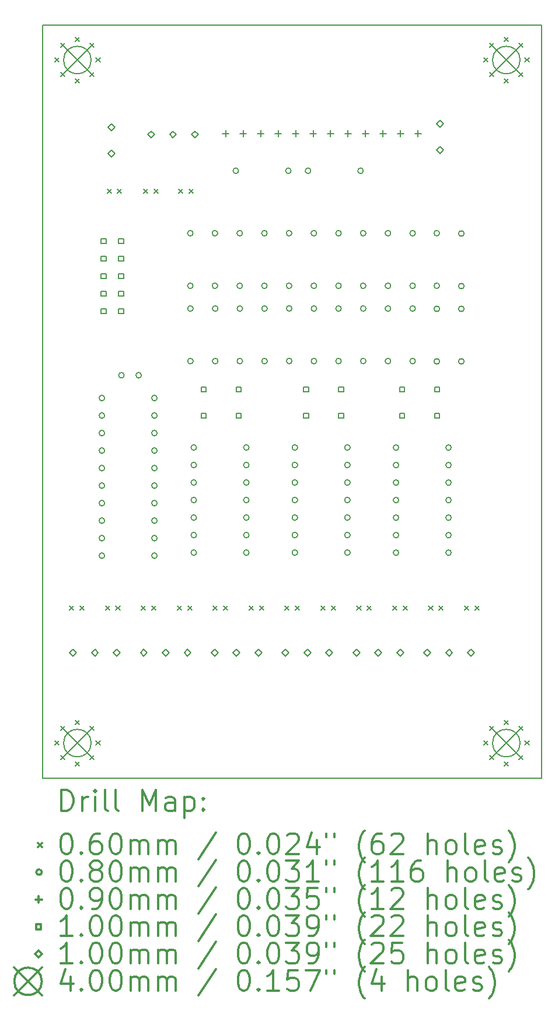
<source format=gbr>
%FSLAX45Y45*%
G04 Gerber Fmt 4.5, Leading zero omitted, Abs format (unit mm)*
G04 Created by KiCad (PCBNEW 5.0.2+dfsg1-1) date Wed 07 Jul 2021 08:36:00 PM EEST*
%MOMM*%
%LPD*%
G01*
G04 APERTURE LIST*
%ADD10C,0.150000*%
%ADD11C,0.200000*%
%ADD12C,0.300000*%
G04 APERTURE END LIST*
D10*
X10033000Y-15367000D02*
X10033000Y-4445000D01*
X17272000Y-15367000D02*
X10033000Y-15367000D01*
X17272000Y-4445000D02*
X17272000Y-15367000D01*
X10033000Y-4445000D02*
X17272000Y-4445000D01*
D11*
X13032790Y-12873200D02*
X13092790Y-12933200D01*
X13092790Y-12873200D02*
X13032790Y-12933200D01*
X13182790Y-12873200D02*
X13242790Y-12933200D01*
X13242790Y-12873200D02*
X13182790Y-12933200D01*
X10428450Y-12873200D02*
X10488450Y-12933200D01*
X10488450Y-12873200D02*
X10428450Y-12933200D01*
X10578450Y-12873200D02*
X10638450Y-12933200D01*
X10638450Y-12873200D02*
X10578450Y-12933200D01*
X14074527Y-12873200D02*
X14134527Y-12933200D01*
X14134527Y-12873200D02*
X14074527Y-12933200D01*
X14224527Y-12873200D02*
X14284527Y-12933200D01*
X14284527Y-12873200D02*
X14224527Y-12933200D01*
X11991054Y-12873200D02*
X12051054Y-12933200D01*
X12051054Y-12873200D02*
X11991054Y-12933200D01*
X12141054Y-12873200D02*
X12201054Y-12933200D01*
X12201054Y-12873200D02*
X12141054Y-12933200D01*
X15116263Y-12873200D02*
X15176263Y-12933200D01*
X15176263Y-12873200D02*
X15116263Y-12933200D01*
X15266263Y-12873200D02*
X15326263Y-12933200D01*
X15326263Y-12873200D02*
X15266263Y-12933200D01*
X12511922Y-12873200D02*
X12571922Y-12933200D01*
X12571922Y-12873200D02*
X12511922Y-12933200D01*
X12661922Y-12873200D02*
X12721922Y-12933200D01*
X12721922Y-12873200D02*
X12661922Y-12933200D01*
X14595395Y-12873200D02*
X14655395Y-12933200D01*
X14655395Y-12873200D02*
X14595395Y-12933200D01*
X14745395Y-12873200D02*
X14805395Y-12933200D01*
X14805395Y-12873200D02*
X14745395Y-12933200D01*
X15637131Y-12873200D02*
X15697131Y-12933200D01*
X15697131Y-12873200D02*
X15637131Y-12933200D01*
X15787131Y-12873200D02*
X15847131Y-12933200D01*
X15847131Y-12873200D02*
X15787131Y-12933200D01*
X10972521Y-6828000D02*
X11032521Y-6888000D01*
X11032521Y-6828000D02*
X10972521Y-6888000D01*
X11122521Y-6828000D02*
X11182521Y-6888000D01*
X11182521Y-6828000D02*
X11122521Y-6888000D01*
X16434000Y-14829000D02*
X16494000Y-14889000D01*
X16494000Y-14829000D02*
X16434000Y-14889000D01*
X16521868Y-14616868D02*
X16581868Y-14676868D01*
X16581868Y-14616868D02*
X16521868Y-14676868D01*
X16521868Y-15041132D02*
X16581868Y-15101132D01*
X16581868Y-15041132D02*
X16521868Y-15101132D01*
X16734000Y-14529000D02*
X16794000Y-14589000D01*
X16794000Y-14529000D02*
X16734000Y-14589000D01*
X16734000Y-15129000D02*
X16794000Y-15189000D01*
X16794000Y-15129000D02*
X16734000Y-15189000D01*
X16946132Y-14616868D02*
X17006132Y-14676868D01*
X17006132Y-14616868D02*
X16946132Y-14676868D01*
X16946132Y-15041132D02*
X17006132Y-15101132D01*
X17006132Y-15041132D02*
X16946132Y-15101132D01*
X17034000Y-14829000D02*
X17094000Y-14889000D01*
X17094000Y-14829000D02*
X17034000Y-14889000D01*
X10949318Y-12873200D02*
X11009318Y-12933200D01*
X11009318Y-12873200D02*
X10949318Y-12933200D01*
X11099318Y-12873200D02*
X11159318Y-12933200D01*
X11159318Y-12873200D02*
X11099318Y-12933200D01*
X16434000Y-4923000D02*
X16494000Y-4983000D01*
X16494000Y-4923000D02*
X16434000Y-4983000D01*
X16521868Y-4710868D02*
X16581868Y-4770868D01*
X16581868Y-4710868D02*
X16521868Y-4770868D01*
X16521868Y-5135132D02*
X16581868Y-5195132D01*
X16581868Y-5135132D02*
X16521868Y-5195132D01*
X16734000Y-4623000D02*
X16794000Y-4683000D01*
X16794000Y-4623000D02*
X16734000Y-4683000D01*
X16734000Y-5223000D02*
X16794000Y-5283000D01*
X16794000Y-5223000D02*
X16734000Y-5283000D01*
X16946132Y-4710868D02*
X17006132Y-4770868D01*
X17006132Y-4710868D02*
X16946132Y-4770868D01*
X16946132Y-5135132D02*
X17006132Y-5195132D01*
X17006132Y-5135132D02*
X16946132Y-5195132D01*
X17034000Y-4923000D02*
X17094000Y-4983000D01*
X17094000Y-4923000D02*
X17034000Y-4983000D01*
X10211000Y-14829000D02*
X10271000Y-14889000D01*
X10271000Y-14829000D02*
X10211000Y-14889000D01*
X10298868Y-14616868D02*
X10358868Y-14676868D01*
X10358868Y-14616868D02*
X10298868Y-14676868D01*
X10298868Y-15041132D02*
X10358868Y-15101132D01*
X10358868Y-15041132D02*
X10298868Y-15101132D01*
X10511000Y-14529000D02*
X10571000Y-14589000D01*
X10571000Y-14529000D02*
X10511000Y-14589000D01*
X10511000Y-15129000D02*
X10571000Y-15189000D01*
X10571000Y-15129000D02*
X10511000Y-15189000D01*
X10723132Y-14616868D02*
X10783132Y-14676868D01*
X10783132Y-14616868D02*
X10723132Y-14676868D01*
X10723132Y-15041132D02*
X10783132Y-15101132D01*
X10783132Y-15041132D02*
X10723132Y-15101132D01*
X10811000Y-14829000D02*
X10871000Y-14889000D01*
X10871000Y-14829000D02*
X10811000Y-14889000D01*
X11470186Y-12873200D02*
X11530186Y-12933200D01*
X11530186Y-12873200D02*
X11470186Y-12933200D01*
X11620186Y-12873200D02*
X11680186Y-12933200D01*
X11680186Y-12873200D02*
X11620186Y-12933200D01*
X13553659Y-12873200D02*
X13613659Y-12933200D01*
X13613659Y-12873200D02*
X13553659Y-12933200D01*
X13703659Y-12873200D02*
X13763659Y-12933200D01*
X13763659Y-12873200D02*
X13703659Y-12933200D01*
X10211000Y-4923000D02*
X10271000Y-4983000D01*
X10271000Y-4923000D02*
X10211000Y-4983000D01*
X10298868Y-4710868D02*
X10358868Y-4770868D01*
X10358868Y-4710868D02*
X10298868Y-4770868D01*
X10298868Y-5135132D02*
X10358868Y-5195132D01*
X10358868Y-5135132D02*
X10298868Y-5195132D01*
X10511000Y-4623000D02*
X10571000Y-4683000D01*
X10571000Y-4623000D02*
X10511000Y-4683000D01*
X10511000Y-5223000D02*
X10571000Y-5283000D01*
X10571000Y-5223000D02*
X10511000Y-5283000D01*
X10723132Y-4710868D02*
X10783132Y-4770868D01*
X10783132Y-4710868D02*
X10723132Y-4770868D01*
X10723132Y-5135132D02*
X10783132Y-5195132D01*
X10783132Y-5135132D02*
X10723132Y-5195132D01*
X10811000Y-4923000D02*
X10871000Y-4983000D01*
X10871000Y-4923000D02*
X10811000Y-4983000D01*
X16158000Y-12873200D02*
X16218000Y-12933200D01*
X16218000Y-12873200D02*
X16158000Y-12933200D01*
X16308000Y-12873200D02*
X16368000Y-12933200D01*
X16368000Y-12873200D02*
X16308000Y-12933200D01*
X11504000Y-6828000D02*
X11564000Y-6888000D01*
X11564000Y-6828000D02*
X11504000Y-6888000D01*
X11654000Y-6828000D02*
X11714000Y-6888000D01*
X11714000Y-6828000D02*
X11654000Y-6888000D01*
X12012000Y-6828000D02*
X12072000Y-6888000D01*
X12072000Y-6828000D02*
X12012000Y-6888000D01*
X12162000Y-6828000D02*
X12222000Y-6888000D01*
X12222000Y-6828000D02*
X12162000Y-6888000D01*
X15086678Y-7464798D02*
G75*
G03X15086678Y-7464798I-40000J0D01*
G01*
X15086678Y-8226798D02*
G75*
G03X15086678Y-8226798I-40000J0D01*
G01*
X12879700Y-6559550D02*
G75*
G03X12879700Y-6559550I-40000J0D01*
G01*
X13641700Y-6559550D02*
G75*
G03X13641700Y-6559550I-40000J0D01*
G01*
X13927450Y-6559550D02*
G75*
G03X13927450Y-6559550I-40000J0D01*
G01*
X14689450Y-6559550D02*
G75*
G03X14689450Y-6559550I-40000J0D01*
G01*
X12221840Y-8556998D02*
G75*
G03X12221840Y-8556998I-40000J0D01*
G01*
X12221840Y-9318998D02*
G75*
G03X12221840Y-9318998I-40000J0D01*
G01*
X14012540Y-8556998D02*
G75*
G03X14012540Y-8556998I-40000J0D01*
G01*
X14012540Y-9318998D02*
G75*
G03X14012540Y-9318998I-40000J0D01*
G01*
X12270100Y-10572750D02*
G75*
G03X12270100Y-10572750I-40000J0D01*
G01*
X12270100Y-10826750D02*
G75*
G03X12270100Y-10826750I-40000J0D01*
G01*
X12270100Y-11080750D02*
G75*
G03X12270100Y-11080750I-40000J0D01*
G01*
X12270100Y-11334750D02*
G75*
G03X12270100Y-11334750I-40000J0D01*
G01*
X12270100Y-11588750D02*
G75*
G03X12270100Y-11588750I-40000J0D01*
G01*
X12270100Y-11842750D02*
G75*
G03X12270100Y-11842750I-40000J0D01*
G01*
X12270100Y-12096750D02*
G75*
G03X12270100Y-12096750I-40000J0D01*
G01*
X13032100Y-10572750D02*
G75*
G03X13032100Y-10572750I-40000J0D01*
G01*
X13032100Y-10826750D02*
G75*
G03X13032100Y-10826750I-40000J0D01*
G01*
X13032100Y-11080750D02*
G75*
G03X13032100Y-11080750I-40000J0D01*
G01*
X13032100Y-11334750D02*
G75*
G03X13032100Y-11334750I-40000J0D01*
G01*
X13032100Y-11588750D02*
G75*
G03X13032100Y-11588750I-40000J0D01*
G01*
X13032100Y-11842750D02*
G75*
G03X13032100Y-11842750I-40000J0D01*
G01*
X13032100Y-12096750D02*
G75*
G03X13032100Y-12096750I-40000J0D01*
G01*
X10936600Y-9855200D02*
G75*
G03X10936600Y-9855200I-40000J0D01*
G01*
X10936600Y-10109200D02*
G75*
G03X10936600Y-10109200I-40000J0D01*
G01*
X10936600Y-10363200D02*
G75*
G03X10936600Y-10363200I-40000J0D01*
G01*
X10936600Y-10617200D02*
G75*
G03X10936600Y-10617200I-40000J0D01*
G01*
X10936600Y-10871200D02*
G75*
G03X10936600Y-10871200I-40000J0D01*
G01*
X10936600Y-11125200D02*
G75*
G03X10936600Y-11125200I-40000J0D01*
G01*
X10936600Y-11379200D02*
G75*
G03X10936600Y-11379200I-40000J0D01*
G01*
X10936600Y-11633200D02*
G75*
G03X10936600Y-11633200I-40000J0D01*
G01*
X10936600Y-11887200D02*
G75*
G03X10936600Y-11887200I-40000J0D01*
G01*
X10936600Y-12141200D02*
G75*
G03X10936600Y-12141200I-40000J0D01*
G01*
X11698600Y-9855200D02*
G75*
G03X11698600Y-9855200I-40000J0D01*
G01*
X11698600Y-10109200D02*
G75*
G03X11698600Y-10109200I-40000J0D01*
G01*
X11698600Y-10363200D02*
G75*
G03X11698600Y-10363200I-40000J0D01*
G01*
X11698600Y-10617200D02*
G75*
G03X11698600Y-10617200I-40000J0D01*
G01*
X11698600Y-10871200D02*
G75*
G03X11698600Y-10871200I-40000J0D01*
G01*
X11698600Y-11125200D02*
G75*
G03X11698600Y-11125200I-40000J0D01*
G01*
X11698600Y-11379200D02*
G75*
G03X11698600Y-11379200I-40000J0D01*
G01*
X11698600Y-11633200D02*
G75*
G03X11698600Y-11633200I-40000J0D01*
G01*
X11698600Y-11887200D02*
G75*
G03X11698600Y-11887200I-40000J0D01*
G01*
X11698600Y-12141200D02*
G75*
G03X11698600Y-12141200I-40000J0D01*
G01*
X13294567Y-7464798D02*
G75*
G03X13294567Y-7464798I-40000J0D01*
G01*
X13294567Y-8226798D02*
G75*
G03X13294567Y-8226798I-40000J0D01*
G01*
X15445100Y-8556998D02*
G75*
G03X15445100Y-8556998I-40000J0D01*
G01*
X15445100Y-9318998D02*
G75*
G03X15445100Y-9318998I-40000J0D01*
G01*
X14370680Y-8556998D02*
G75*
G03X14370680Y-8556998I-40000J0D01*
G01*
X14370680Y-9318998D02*
G75*
G03X14370680Y-9318998I-40000J0D01*
G01*
X13654400Y-8556998D02*
G75*
G03X13654400Y-8556998I-40000J0D01*
G01*
X13654400Y-9318998D02*
G75*
G03X13654400Y-9318998I-40000J0D01*
G01*
X11220000Y-9525000D02*
G75*
G03X11220000Y-9525000I-40000J0D01*
G01*
X11470000Y-9525000D02*
G75*
G03X11470000Y-9525000I-40000J0D01*
G01*
X12938120Y-8556998D02*
G75*
G03X12938120Y-8556998I-40000J0D01*
G01*
X12938120Y-9318998D02*
G75*
G03X12938120Y-9318998I-40000J0D01*
G01*
X15086960Y-8556998D02*
G75*
G03X15086960Y-8556998I-40000J0D01*
G01*
X15086960Y-9318998D02*
G75*
G03X15086960Y-9318998I-40000J0D01*
G01*
X14728820Y-8556998D02*
G75*
G03X14728820Y-8556998I-40000J0D01*
G01*
X14728820Y-9318998D02*
G75*
G03X14728820Y-9318998I-40000J0D01*
G01*
X14011411Y-7464798D02*
G75*
G03X14011411Y-7464798I-40000J0D01*
G01*
X14011411Y-8226798D02*
G75*
G03X14011411Y-8226798I-40000J0D01*
G01*
X13652989Y-7464798D02*
G75*
G03X13652989Y-7464798I-40000J0D01*
G01*
X13652989Y-8226798D02*
G75*
G03X13652989Y-8226798I-40000J0D01*
G01*
X15795620Y-8562340D02*
G75*
G03X15795620Y-8562340I-40000J0D01*
G01*
X15795620Y-9324340D02*
G75*
G03X15795620Y-9324340I-40000J0D01*
G01*
X12936144Y-7464798D02*
G75*
G03X12936144Y-7464798I-40000J0D01*
G01*
X12936144Y-8226798D02*
G75*
G03X12936144Y-8226798I-40000J0D01*
G01*
X16151220Y-7470140D02*
G75*
G03X16151220Y-7470140I-40000J0D01*
G01*
X16151220Y-8232140D02*
G75*
G03X16151220Y-8232140I-40000J0D01*
G01*
X12577722Y-7464798D02*
G75*
G03X12577722Y-7464798I-40000J0D01*
G01*
X12577722Y-8226798D02*
G75*
G03X12577722Y-8226798I-40000J0D01*
G01*
X13736950Y-10572750D02*
G75*
G03X13736950Y-10572750I-40000J0D01*
G01*
X13736950Y-10826750D02*
G75*
G03X13736950Y-10826750I-40000J0D01*
G01*
X13736950Y-11080750D02*
G75*
G03X13736950Y-11080750I-40000J0D01*
G01*
X13736950Y-11334750D02*
G75*
G03X13736950Y-11334750I-40000J0D01*
G01*
X13736950Y-11588750D02*
G75*
G03X13736950Y-11588750I-40000J0D01*
G01*
X13736950Y-11842750D02*
G75*
G03X13736950Y-11842750I-40000J0D01*
G01*
X13736950Y-12096750D02*
G75*
G03X13736950Y-12096750I-40000J0D01*
G01*
X14498950Y-10572750D02*
G75*
G03X14498950Y-10572750I-40000J0D01*
G01*
X14498950Y-10826750D02*
G75*
G03X14498950Y-10826750I-40000J0D01*
G01*
X14498950Y-11080750D02*
G75*
G03X14498950Y-11080750I-40000J0D01*
G01*
X14498950Y-11334750D02*
G75*
G03X14498950Y-11334750I-40000J0D01*
G01*
X14498950Y-11588750D02*
G75*
G03X14498950Y-11588750I-40000J0D01*
G01*
X14498950Y-11842750D02*
G75*
G03X14498950Y-11842750I-40000J0D01*
G01*
X14498950Y-12096750D02*
G75*
G03X14498950Y-12096750I-40000J0D01*
G01*
X15203800Y-10572750D02*
G75*
G03X15203800Y-10572750I-40000J0D01*
G01*
X15203800Y-10826750D02*
G75*
G03X15203800Y-10826750I-40000J0D01*
G01*
X15203800Y-11080750D02*
G75*
G03X15203800Y-11080750I-40000J0D01*
G01*
X15203800Y-11334750D02*
G75*
G03X15203800Y-11334750I-40000J0D01*
G01*
X15203800Y-11588750D02*
G75*
G03X15203800Y-11588750I-40000J0D01*
G01*
X15203800Y-11842750D02*
G75*
G03X15203800Y-11842750I-40000J0D01*
G01*
X15203800Y-12096750D02*
G75*
G03X15203800Y-12096750I-40000J0D01*
G01*
X15965800Y-10572750D02*
G75*
G03X15965800Y-10572750I-40000J0D01*
G01*
X15965800Y-10826750D02*
G75*
G03X15965800Y-10826750I-40000J0D01*
G01*
X15965800Y-11080750D02*
G75*
G03X15965800Y-11080750I-40000J0D01*
G01*
X15965800Y-11334750D02*
G75*
G03X15965800Y-11334750I-40000J0D01*
G01*
X15965800Y-11588750D02*
G75*
G03X15965800Y-11588750I-40000J0D01*
G01*
X15965800Y-11842750D02*
G75*
G03X15965800Y-11842750I-40000J0D01*
G01*
X15965800Y-12096750D02*
G75*
G03X15965800Y-12096750I-40000J0D01*
G01*
X12219300Y-7464798D02*
G75*
G03X12219300Y-7464798I-40000J0D01*
G01*
X12219300Y-8226798D02*
G75*
G03X12219300Y-8226798I-40000J0D01*
G01*
X14728255Y-7464798D02*
G75*
G03X14728255Y-7464798I-40000J0D01*
G01*
X14728255Y-8226798D02*
G75*
G03X14728255Y-8226798I-40000J0D01*
G01*
X14369833Y-7464798D02*
G75*
G03X14369833Y-7464798I-40000J0D01*
G01*
X14369833Y-8226798D02*
G75*
G03X14369833Y-8226798I-40000J0D01*
G01*
X15445100Y-7464798D02*
G75*
G03X15445100Y-7464798I-40000J0D01*
G01*
X15445100Y-8226798D02*
G75*
G03X15445100Y-8226798I-40000J0D01*
G01*
X12579980Y-8556998D02*
G75*
G03X12579980Y-8556998I-40000J0D01*
G01*
X12579980Y-9318998D02*
G75*
G03X12579980Y-9318998I-40000J0D01*
G01*
X13296260Y-8556998D02*
G75*
G03X13296260Y-8556998I-40000J0D01*
G01*
X13296260Y-9318998D02*
G75*
G03X13296260Y-9318998I-40000J0D01*
G01*
X16151220Y-8562340D02*
G75*
G03X16151220Y-8562340I-40000J0D01*
G01*
X16151220Y-9324340D02*
G75*
G03X16151220Y-9324340I-40000J0D01*
G01*
X15795620Y-7464798D02*
G75*
G03X15795620Y-7464798I-40000J0D01*
G01*
X15795620Y-8226798D02*
G75*
G03X15795620Y-8226798I-40000J0D01*
G01*
X14215059Y-5974546D02*
X14215059Y-6064546D01*
X14170059Y-6019546D02*
X14260059Y-6019546D01*
X14469059Y-5974546D02*
X14469059Y-6064546D01*
X14424059Y-6019546D02*
X14514059Y-6019546D01*
X15229332Y-5974546D02*
X15229332Y-6064546D01*
X15184332Y-6019546D02*
X15274332Y-6019546D01*
X15483332Y-5974546D02*
X15483332Y-6064546D01*
X15438332Y-6019546D02*
X15528332Y-6019546D01*
X14722196Y-5974546D02*
X14722196Y-6064546D01*
X14677196Y-6019546D02*
X14767196Y-6019546D01*
X14976196Y-5974546D02*
X14976196Y-6064546D01*
X14931196Y-6019546D02*
X15021196Y-6019546D01*
X13200786Y-5974546D02*
X13200786Y-6064546D01*
X13155786Y-6019546D02*
X13245786Y-6019546D01*
X13454786Y-5974546D02*
X13454786Y-6064546D01*
X13409786Y-6019546D02*
X13499786Y-6019546D01*
X12693650Y-5974546D02*
X12693650Y-6064546D01*
X12648650Y-6019546D02*
X12738650Y-6019546D01*
X12947650Y-5974546D02*
X12947650Y-6064546D01*
X12902650Y-6019546D02*
X12992650Y-6019546D01*
X13707923Y-5974546D02*
X13707923Y-6064546D01*
X13662923Y-6019546D02*
X13752923Y-6019546D01*
X13961923Y-5974546D02*
X13961923Y-6064546D01*
X13916923Y-6019546D02*
X14006923Y-6019546D01*
X13895968Y-9763322D02*
X13895968Y-9692611D01*
X13825256Y-9692611D01*
X13825256Y-9763322D01*
X13895968Y-9763322D01*
X14403968Y-9763322D02*
X14403968Y-9692611D01*
X14333256Y-9692611D01*
X14333256Y-9763322D01*
X14403968Y-9763322D01*
X10957356Y-7617256D02*
X10957356Y-7546544D01*
X10886644Y-7546544D01*
X10886644Y-7617256D01*
X10957356Y-7617256D01*
X10957356Y-7871256D02*
X10957356Y-7800544D01*
X10886644Y-7800544D01*
X10886644Y-7871256D01*
X10957356Y-7871256D01*
X10957356Y-8125256D02*
X10957356Y-8054544D01*
X10886644Y-8054544D01*
X10886644Y-8125256D01*
X10957356Y-8125256D01*
X10957356Y-8379256D02*
X10957356Y-8308544D01*
X10886644Y-8308544D01*
X10886644Y-8379256D01*
X10957356Y-8379256D01*
X10957356Y-8633256D02*
X10957356Y-8562544D01*
X10886644Y-8562544D01*
X10886644Y-8633256D01*
X10957356Y-8633256D01*
X11211356Y-7617256D02*
X11211356Y-7546544D01*
X11140644Y-7546544D01*
X11140644Y-7617256D01*
X11211356Y-7617256D01*
X11211356Y-7871256D02*
X11211356Y-7800544D01*
X11140644Y-7800544D01*
X11140644Y-7871256D01*
X11211356Y-7871256D01*
X11211356Y-8125256D02*
X11211356Y-8054544D01*
X11140644Y-8054544D01*
X11140644Y-8125256D01*
X11211356Y-8125256D01*
X11211356Y-8379256D02*
X11211356Y-8308544D01*
X11140644Y-8308544D01*
X11140644Y-8379256D01*
X11211356Y-8379256D01*
X11211356Y-8633256D02*
X11211356Y-8562544D01*
X11140644Y-8562544D01*
X11140644Y-8633256D01*
X11211356Y-8633256D01*
X12406572Y-10144556D02*
X12406572Y-10073844D01*
X12335860Y-10073844D01*
X12335860Y-10144556D01*
X12406572Y-10144556D01*
X12914572Y-10144556D02*
X12914572Y-10073844D01*
X12843860Y-10073844D01*
X12843860Y-10144556D01*
X12914572Y-10144556D01*
X15285516Y-10144556D02*
X15285516Y-10073844D01*
X15214804Y-10073844D01*
X15214804Y-10144556D01*
X15285516Y-10144556D01*
X15793516Y-10144556D02*
X15793516Y-10073844D01*
X15722804Y-10073844D01*
X15722804Y-10144556D01*
X15793516Y-10144556D01*
X12406572Y-9763322D02*
X12406572Y-9692611D01*
X12335860Y-9692611D01*
X12335860Y-9763322D01*
X12406572Y-9763322D01*
X12914572Y-9763322D02*
X12914572Y-9692611D01*
X12843860Y-9692611D01*
X12843860Y-9763322D01*
X12914572Y-9763322D01*
X15285516Y-9763322D02*
X15285516Y-9692611D01*
X15214804Y-9692611D01*
X15214804Y-9763322D01*
X15285516Y-9763322D01*
X15793516Y-9763322D02*
X15793516Y-9692611D01*
X15722804Y-9692611D01*
X15722804Y-9763322D01*
X15793516Y-9763322D01*
X13895968Y-10144556D02*
X13895968Y-10073844D01*
X13825256Y-10073844D01*
X13825256Y-10144556D01*
X13895968Y-10144556D01*
X14403968Y-10144556D02*
X14403968Y-10073844D01*
X14333256Y-10073844D01*
X14333256Y-10144556D01*
X14403968Y-10144556D01*
X11611289Y-6084018D02*
X11661327Y-6033980D01*
X11611289Y-5983942D01*
X11561251Y-6033980D01*
X11611289Y-6084018D01*
X11928789Y-6084018D02*
X11978827Y-6033980D01*
X11928789Y-5983942D01*
X11878751Y-6033980D01*
X11928789Y-6084018D01*
X12246289Y-6084018D02*
X12296327Y-6033980D01*
X12246289Y-5983942D01*
X12196251Y-6033980D01*
X12246289Y-6084018D01*
X12533100Y-13600938D02*
X12583138Y-13550900D01*
X12533100Y-13500862D01*
X12483062Y-13550900D01*
X12533100Y-13600938D01*
X12850600Y-13600938D02*
X12900638Y-13550900D01*
X12850600Y-13500862D01*
X12800562Y-13550900D01*
X12850600Y-13600938D01*
X13168100Y-13600938D02*
X13218138Y-13550900D01*
X13168100Y-13500862D01*
X13118062Y-13550900D01*
X13168100Y-13600938D01*
X15616500Y-13600938D02*
X15666538Y-13550900D01*
X15616500Y-13500862D01*
X15566462Y-13550900D01*
X15616500Y-13600938D01*
X15934000Y-13600938D02*
X15984038Y-13550900D01*
X15934000Y-13500862D01*
X15883962Y-13550900D01*
X15934000Y-13600938D01*
X16251500Y-13600938D02*
X16301538Y-13550900D01*
X16251500Y-13500862D01*
X16201462Y-13550900D01*
X16251500Y-13600938D01*
X15800832Y-5925058D02*
X15850870Y-5875020D01*
X15800832Y-5824982D01*
X15750794Y-5875020D01*
X15800832Y-5925058D01*
X15800832Y-6306058D02*
X15850870Y-6256020D01*
X15800832Y-6205982D01*
X15750794Y-6256020D01*
X15800832Y-6306058D01*
X10477500Y-13600938D02*
X10527538Y-13550900D01*
X10477500Y-13500862D01*
X10427462Y-13550900D01*
X10477500Y-13600938D01*
X10795000Y-13600938D02*
X10845038Y-13550900D01*
X10795000Y-13500862D01*
X10744962Y-13550900D01*
X10795000Y-13600938D01*
X11112500Y-13600938D02*
X11162538Y-13550900D01*
X11112500Y-13500862D01*
X11062462Y-13550900D01*
X11112500Y-13600938D01*
X14588700Y-13600938D02*
X14638738Y-13550900D01*
X14588700Y-13500862D01*
X14538662Y-13550900D01*
X14588700Y-13600938D01*
X14906200Y-13600938D02*
X14956238Y-13550900D01*
X14906200Y-13500862D01*
X14856162Y-13550900D01*
X14906200Y-13600938D01*
X15223700Y-13600938D02*
X15273738Y-13550900D01*
X15223700Y-13500862D01*
X15173662Y-13550900D01*
X15223700Y-13600938D01*
X11036300Y-5980938D02*
X11086338Y-5930900D01*
X11036300Y-5880862D01*
X10986262Y-5930900D01*
X11036300Y-5980938D01*
X11036300Y-6361938D02*
X11086338Y-6311900D01*
X11036300Y-6261862D01*
X10986262Y-6311900D01*
X11036300Y-6361938D01*
X13560900Y-13600938D02*
X13610938Y-13550900D01*
X13560900Y-13500862D01*
X13510862Y-13550900D01*
X13560900Y-13600938D01*
X13878400Y-13600938D02*
X13928438Y-13550900D01*
X13878400Y-13500862D01*
X13828362Y-13550900D01*
X13878400Y-13600938D01*
X14195900Y-13600938D02*
X14245938Y-13550900D01*
X14195900Y-13500862D01*
X14145862Y-13550900D01*
X14195900Y-13600938D01*
X11505300Y-13600938D02*
X11555338Y-13550900D01*
X11505300Y-13500862D01*
X11455262Y-13550900D01*
X11505300Y-13600938D01*
X11822800Y-13600938D02*
X11872838Y-13550900D01*
X11822800Y-13500862D01*
X11772762Y-13550900D01*
X11822800Y-13600938D01*
X12140300Y-13600938D02*
X12190338Y-13550900D01*
X12140300Y-13500862D01*
X12090262Y-13550900D01*
X12140300Y-13600938D01*
X16564000Y-14659000D02*
X16964000Y-15059000D01*
X16964000Y-14659000D02*
X16564000Y-15059000D01*
X16964000Y-14859000D02*
G75*
G03X16964000Y-14859000I-200000J0D01*
G01*
X16564000Y-4753000D02*
X16964000Y-5153000D01*
X16964000Y-4753000D02*
X16564000Y-5153000D01*
X16964000Y-4953000D02*
G75*
G03X16964000Y-4953000I-200000J0D01*
G01*
X10341000Y-14659000D02*
X10741000Y-15059000D01*
X10741000Y-14659000D02*
X10341000Y-15059000D01*
X10741000Y-14859000D02*
G75*
G03X10741000Y-14859000I-200000J0D01*
G01*
X10341000Y-4753000D02*
X10741000Y-5153000D01*
X10741000Y-4753000D02*
X10341000Y-5153000D01*
X10741000Y-4953000D02*
G75*
G03X10741000Y-4953000I-200000J0D01*
G01*
D12*
X10311928Y-15840214D02*
X10311928Y-15540214D01*
X10383357Y-15540214D01*
X10426214Y-15554500D01*
X10454786Y-15583071D01*
X10469071Y-15611643D01*
X10483357Y-15668786D01*
X10483357Y-15711643D01*
X10469071Y-15768786D01*
X10454786Y-15797357D01*
X10426214Y-15825929D01*
X10383357Y-15840214D01*
X10311928Y-15840214D01*
X10611928Y-15840214D02*
X10611928Y-15640214D01*
X10611928Y-15697357D02*
X10626214Y-15668786D01*
X10640500Y-15654500D01*
X10669071Y-15640214D01*
X10697643Y-15640214D01*
X10797643Y-15840214D02*
X10797643Y-15640214D01*
X10797643Y-15540214D02*
X10783357Y-15554500D01*
X10797643Y-15568786D01*
X10811928Y-15554500D01*
X10797643Y-15540214D01*
X10797643Y-15568786D01*
X10983357Y-15840214D02*
X10954786Y-15825929D01*
X10940500Y-15797357D01*
X10940500Y-15540214D01*
X11140500Y-15840214D02*
X11111928Y-15825929D01*
X11097643Y-15797357D01*
X11097643Y-15540214D01*
X11483357Y-15840214D02*
X11483357Y-15540214D01*
X11583357Y-15754500D01*
X11683357Y-15540214D01*
X11683357Y-15840214D01*
X11954786Y-15840214D02*
X11954786Y-15683071D01*
X11940500Y-15654500D01*
X11911928Y-15640214D01*
X11854786Y-15640214D01*
X11826214Y-15654500D01*
X11954786Y-15825929D02*
X11926214Y-15840214D01*
X11854786Y-15840214D01*
X11826214Y-15825929D01*
X11811928Y-15797357D01*
X11811928Y-15768786D01*
X11826214Y-15740214D01*
X11854786Y-15725929D01*
X11926214Y-15725929D01*
X11954786Y-15711643D01*
X12097643Y-15640214D02*
X12097643Y-15940214D01*
X12097643Y-15654500D02*
X12126214Y-15640214D01*
X12183357Y-15640214D01*
X12211928Y-15654500D01*
X12226214Y-15668786D01*
X12240500Y-15697357D01*
X12240500Y-15783071D01*
X12226214Y-15811643D01*
X12211928Y-15825929D01*
X12183357Y-15840214D01*
X12126214Y-15840214D01*
X12097643Y-15825929D01*
X12369071Y-15811643D02*
X12383357Y-15825929D01*
X12369071Y-15840214D01*
X12354786Y-15825929D01*
X12369071Y-15811643D01*
X12369071Y-15840214D01*
X12369071Y-15654500D02*
X12383357Y-15668786D01*
X12369071Y-15683071D01*
X12354786Y-15668786D01*
X12369071Y-15654500D01*
X12369071Y-15683071D01*
X9965500Y-16304500D02*
X10025500Y-16364500D01*
X10025500Y-16304500D02*
X9965500Y-16364500D01*
X10369071Y-16170214D02*
X10397643Y-16170214D01*
X10426214Y-16184500D01*
X10440500Y-16198786D01*
X10454786Y-16227357D01*
X10469071Y-16284500D01*
X10469071Y-16355929D01*
X10454786Y-16413071D01*
X10440500Y-16441643D01*
X10426214Y-16455929D01*
X10397643Y-16470214D01*
X10369071Y-16470214D01*
X10340500Y-16455929D01*
X10326214Y-16441643D01*
X10311928Y-16413071D01*
X10297643Y-16355929D01*
X10297643Y-16284500D01*
X10311928Y-16227357D01*
X10326214Y-16198786D01*
X10340500Y-16184500D01*
X10369071Y-16170214D01*
X10597643Y-16441643D02*
X10611928Y-16455929D01*
X10597643Y-16470214D01*
X10583357Y-16455929D01*
X10597643Y-16441643D01*
X10597643Y-16470214D01*
X10869071Y-16170214D02*
X10811928Y-16170214D01*
X10783357Y-16184500D01*
X10769071Y-16198786D01*
X10740500Y-16241643D01*
X10726214Y-16298786D01*
X10726214Y-16413071D01*
X10740500Y-16441643D01*
X10754786Y-16455929D01*
X10783357Y-16470214D01*
X10840500Y-16470214D01*
X10869071Y-16455929D01*
X10883357Y-16441643D01*
X10897643Y-16413071D01*
X10897643Y-16341643D01*
X10883357Y-16313071D01*
X10869071Y-16298786D01*
X10840500Y-16284500D01*
X10783357Y-16284500D01*
X10754786Y-16298786D01*
X10740500Y-16313071D01*
X10726214Y-16341643D01*
X11083357Y-16170214D02*
X11111928Y-16170214D01*
X11140500Y-16184500D01*
X11154786Y-16198786D01*
X11169071Y-16227357D01*
X11183357Y-16284500D01*
X11183357Y-16355929D01*
X11169071Y-16413071D01*
X11154786Y-16441643D01*
X11140500Y-16455929D01*
X11111928Y-16470214D01*
X11083357Y-16470214D01*
X11054786Y-16455929D01*
X11040500Y-16441643D01*
X11026214Y-16413071D01*
X11011928Y-16355929D01*
X11011928Y-16284500D01*
X11026214Y-16227357D01*
X11040500Y-16198786D01*
X11054786Y-16184500D01*
X11083357Y-16170214D01*
X11311928Y-16470214D02*
X11311928Y-16270214D01*
X11311928Y-16298786D02*
X11326214Y-16284500D01*
X11354786Y-16270214D01*
X11397643Y-16270214D01*
X11426214Y-16284500D01*
X11440500Y-16313071D01*
X11440500Y-16470214D01*
X11440500Y-16313071D02*
X11454786Y-16284500D01*
X11483357Y-16270214D01*
X11526214Y-16270214D01*
X11554786Y-16284500D01*
X11569071Y-16313071D01*
X11569071Y-16470214D01*
X11711928Y-16470214D02*
X11711928Y-16270214D01*
X11711928Y-16298786D02*
X11726214Y-16284500D01*
X11754786Y-16270214D01*
X11797643Y-16270214D01*
X11826214Y-16284500D01*
X11840500Y-16313071D01*
X11840500Y-16470214D01*
X11840500Y-16313071D02*
X11854786Y-16284500D01*
X11883357Y-16270214D01*
X11926214Y-16270214D01*
X11954786Y-16284500D01*
X11969071Y-16313071D01*
X11969071Y-16470214D01*
X12554786Y-16155929D02*
X12297643Y-16541643D01*
X12940500Y-16170214D02*
X12969071Y-16170214D01*
X12997643Y-16184500D01*
X13011928Y-16198786D01*
X13026214Y-16227357D01*
X13040500Y-16284500D01*
X13040500Y-16355929D01*
X13026214Y-16413071D01*
X13011928Y-16441643D01*
X12997643Y-16455929D01*
X12969071Y-16470214D01*
X12940500Y-16470214D01*
X12911928Y-16455929D01*
X12897643Y-16441643D01*
X12883357Y-16413071D01*
X12869071Y-16355929D01*
X12869071Y-16284500D01*
X12883357Y-16227357D01*
X12897643Y-16198786D01*
X12911928Y-16184500D01*
X12940500Y-16170214D01*
X13169071Y-16441643D02*
X13183357Y-16455929D01*
X13169071Y-16470214D01*
X13154786Y-16455929D01*
X13169071Y-16441643D01*
X13169071Y-16470214D01*
X13369071Y-16170214D02*
X13397643Y-16170214D01*
X13426214Y-16184500D01*
X13440500Y-16198786D01*
X13454786Y-16227357D01*
X13469071Y-16284500D01*
X13469071Y-16355929D01*
X13454786Y-16413071D01*
X13440500Y-16441643D01*
X13426214Y-16455929D01*
X13397643Y-16470214D01*
X13369071Y-16470214D01*
X13340500Y-16455929D01*
X13326214Y-16441643D01*
X13311928Y-16413071D01*
X13297643Y-16355929D01*
X13297643Y-16284500D01*
X13311928Y-16227357D01*
X13326214Y-16198786D01*
X13340500Y-16184500D01*
X13369071Y-16170214D01*
X13583357Y-16198786D02*
X13597643Y-16184500D01*
X13626214Y-16170214D01*
X13697643Y-16170214D01*
X13726214Y-16184500D01*
X13740500Y-16198786D01*
X13754786Y-16227357D01*
X13754786Y-16255929D01*
X13740500Y-16298786D01*
X13569071Y-16470214D01*
X13754786Y-16470214D01*
X14011928Y-16270214D02*
X14011928Y-16470214D01*
X13940500Y-16155929D02*
X13869071Y-16370214D01*
X14054786Y-16370214D01*
X14154786Y-16170214D02*
X14154786Y-16227357D01*
X14269071Y-16170214D02*
X14269071Y-16227357D01*
X14711928Y-16584500D02*
X14697643Y-16570214D01*
X14669071Y-16527357D01*
X14654786Y-16498786D01*
X14640500Y-16455929D01*
X14626214Y-16384500D01*
X14626214Y-16327357D01*
X14640500Y-16255929D01*
X14654786Y-16213071D01*
X14669071Y-16184500D01*
X14697643Y-16141643D01*
X14711928Y-16127357D01*
X14954786Y-16170214D02*
X14897643Y-16170214D01*
X14869071Y-16184500D01*
X14854786Y-16198786D01*
X14826214Y-16241643D01*
X14811928Y-16298786D01*
X14811928Y-16413071D01*
X14826214Y-16441643D01*
X14840500Y-16455929D01*
X14869071Y-16470214D01*
X14926214Y-16470214D01*
X14954786Y-16455929D01*
X14969071Y-16441643D01*
X14983357Y-16413071D01*
X14983357Y-16341643D01*
X14969071Y-16313071D01*
X14954786Y-16298786D01*
X14926214Y-16284500D01*
X14869071Y-16284500D01*
X14840500Y-16298786D01*
X14826214Y-16313071D01*
X14811928Y-16341643D01*
X15097643Y-16198786D02*
X15111928Y-16184500D01*
X15140500Y-16170214D01*
X15211928Y-16170214D01*
X15240500Y-16184500D01*
X15254786Y-16198786D01*
X15269071Y-16227357D01*
X15269071Y-16255929D01*
X15254786Y-16298786D01*
X15083357Y-16470214D01*
X15269071Y-16470214D01*
X15626214Y-16470214D02*
X15626214Y-16170214D01*
X15754786Y-16470214D02*
X15754786Y-16313071D01*
X15740500Y-16284500D01*
X15711928Y-16270214D01*
X15669071Y-16270214D01*
X15640500Y-16284500D01*
X15626214Y-16298786D01*
X15940500Y-16470214D02*
X15911928Y-16455929D01*
X15897643Y-16441643D01*
X15883357Y-16413071D01*
X15883357Y-16327357D01*
X15897643Y-16298786D01*
X15911928Y-16284500D01*
X15940500Y-16270214D01*
X15983357Y-16270214D01*
X16011928Y-16284500D01*
X16026214Y-16298786D01*
X16040500Y-16327357D01*
X16040500Y-16413071D01*
X16026214Y-16441643D01*
X16011928Y-16455929D01*
X15983357Y-16470214D01*
X15940500Y-16470214D01*
X16211928Y-16470214D02*
X16183357Y-16455929D01*
X16169071Y-16427357D01*
X16169071Y-16170214D01*
X16440500Y-16455929D02*
X16411928Y-16470214D01*
X16354786Y-16470214D01*
X16326214Y-16455929D01*
X16311928Y-16427357D01*
X16311928Y-16313071D01*
X16326214Y-16284500D01*
X16354786Y-16270214D01*
X16411928Y-16270214D01*
X16440500Y-16284500D01*
X16454786Y-16313071D01*
X16454786Y-16341643D01*
X16311928Y-16370214D01*
X16569071Y-16455929D02*
X16597643Y-16470214D01*
X16654786Y-16470214D01*
X16683357Y-16455929D01*
X16697643Y-16427357D01*
X16697643Y-16413071D01*
X16683357Y-16384500D01*
X16654786Y-16370214D01*
X16611928Y-16370214D01*
X16583357Y-16355929D01*
X16569071Y-16327357D01*
X16569071Y-16313071D01*
X16583357Y-16284500D01*
X16611928Y-16270214D01*
X16654786Y-16270214D01*
X16683357Y-16284500D01*
X16797643Y-16584500D02*
X16811928Y-16570214D01*
X16840500Y-16527357D01*
X16854786Y-16498786D01*
X16869071Y-16455929D01*
X16883357Y-16384500D01*
X16883357Y-16327357D01*
X16869071Y-16255929D01*
X16854786Y-16213071D01*
X16840500Y-16184500D01*
X16811928Y-16141643D01*
X16797643Y-16127357D01*
X10025500Y-16730500D02*
G75*
G03X10025500Y-16730500I-40000J0D01*
G01*
X10369071Y-16566214D02*
X10397643Y-16566214D01*
X10426214Y-16580500D01*
X10440500Y-16594786D01*
X10454786Y-16623357D01*
X10469071Y-16680500D01*
X10469071Y-16751929D01*
X10454786Y-16809072D01*
X10440500Y-16837643D01*
X10426214Y-16851929D01*
X10397643Y-16866214D01*
X10369071Y-16866214D01*
X10340500Y-16851929D01*
X10326214Y-16837643D01*
X10311928Y-16809072D01*
X10297643Y-16751929D01*
X10297643Y-16680500D01*
X10311928Y-16623357D01*
X10326214Y-16594786D01*
X10340500Y-16580500D01*
X10369071Y-16566214D01*
X10597643Y-16837643D02*
X10611928Y-16851929D01*
X10597643Y-16866214D01*
X10583357Y-16851929D01*
X10597643Y-16837643D01*
X10597643Y-16866214D01*
X10783357Y-16694786D02*
X10754786Y-16680500D01*
X10740500Y-16666214D01*
X10726214Y-16637643D01*
X10726214Y-16623357D01*
X10740500Y-16594786D01*
X10754786Y-16580500D01*
X10783357Y-16566214D01*
X10840500Y-16566214D01*
X10869071Y-16580500D01*
X10883357Y-16594786D01*
X10897643Y-16623357D01*
X10897643Y-16637643D01*
X10883357Y-16666214D01*
X10869071Y-16680500D01*
X10840500Y-16694786D01*
X10783357Y-16694786D01*
X10754786Y-16709071D01*
X10740500Y-16723357D01*
X10726214Y-16751929D01*
X10726214Y-16809072D01*
X10740500Y-16837643D01*
X10754786Y-16851929D01*
X10783357Y-16866214D01*
X10840500Y-16866214D01*
X10869071Y-16851929D01*
X10883357Y-16837643D01*
X10897643Y-16809072D01*
X10897643Y-16751929D01*
X10883357Y-16723357D01*
X10869071Y-16709071D01*
X10840500Y-16694786D01*
X11083357Y-16566214D02*
X11111928Y-16566214D01*
X11140500Y-16580500D01*
X11154786Y-16594786D01*
X11169071Y-16623357D01*
X11183357Y-16680500D01*
X11183357Y-16751929D01*
X11169071Y-16809072D01*
X11154786Y-16837643D01*
X11140500Y-16851929D01*
X11111928Y-16866214D01*
X11083357Y-16866214D01*
X11054786Y-16851929D01*
X11040500Y-16837643D01*
X11026214Y-16809072D01*
X11011928Y-16751929D01*
X11011928Y-16680500D01*
X11026214Y-16623357D01*
X11040500Y-16594786D01*
X11054786Y-16580500D01*
X11083357Y-16566214D01*
X11311928Y-16866214D02*
X11311928Y-16666214D01*
X11311928Y-16694786D02*
X11326214Y-16680500D01*
X11354786Y-16666214D01*
X11397643Y-16666214D01*
X11426214Y-16680500D01*
X11440500Y-16709071D01*
X11440500Y-16866214D01*
X11440500Y-16709071D02*
X11454786Y-16680500D01*
X11483357Y-16666214D01*
X11526214Y-16666214D01*
X11554786Y-16680500D01*
X11569071Y-16709071D01*
X11569071Y-16866214D01*
X11711928Y-16866214D02*
X11711928Y-16666214D01*
X11711928Y-16694786D02*
X11726214Y-16680500D01*
X11754786Y-16666214D01*
X11797643Y-16666214D01*
X11826214Y-16680500D01*
X11840500Y-16709071D01*
X11840500Y-16866214D01*
X11840500Y-16709071D02*
X11854786Y-16680500D01*
X11883357Y-16666214D01*
X11926214Y-16666214D01*
X11954786Y-16680500D01*
X11969071Y-16709071D01*
X11969071Y-16866214D01*
X12554786Y-16551929D02*
X12297643Y-16937643D01*
X12940500Y-16566214D02*
X12969071Y-16566214D01*
X12997643Y-16580500D01*
X13011928Y-16594786D01*
X13026214Y-16623357D01*
X13040500Y-16680500D01*
X13040500Y-16751929D01*
X13026214Y-16809072D01*
X13011928Y-16837643D01*
X12997643Y-16851929D01*
X12969071Y-16866214D01*
X12940500Y-16866214D01*
X12911928Y-16851929D01*
X12897643Y-16837643D01*
X12883357Y-16809072D01*
X12869071Y-16751929D01*
X12869071Y-16680500D01*
X12883357Y-16623357D01*
X12897643Y-16594786D01*
X12911928Y-16580500D01*
X12940500Y-16566214D01*
X13169071Y-16837643D02*
X13183357Y-16851929D01*
X13169071Y-16866214D01*
X13154786Y-16851929D01*
X13169071Y-16837643D01*
X13169071Y-16866214D01*
X13369071Y-16566214D02*
X13397643Y-16566214D01*
X13426214Y-16580500D01*
X13440500Y-16594786D01*
X13454786Y-16623357D01*
X13469071Y-16680500D01*
X13469071Y-16751929D01*
X13454786Y-16809072D01*
X13440500Y-16837643D01*
X13426214Y-16851929D01*
X13397643Y-16866214D01*
X13369071Y-16866214D01*
X13340500Y-16851929D01*
X13326214Y-16837643D01*
X13311928Y-16809072D01*
X13297643Y-16751929D01*
X13297643Y-16680500D01*
X13311928Y-16623357D01*
X13326214Y-16594786D01*
X13340500Y-16580500D01*
X13369071Y-16566214D01*
X13569071Y-16566214D02*
X13754786Y-16566214D01*
X13654786Y-16680500D01*
X13697643Y-16680500D01*
X13726214Y-16694786D01*
X13740500Y-16709071D01*
X13754786Y-16737643D01*
X13754786Y-16809072D01*
X13740500Y-16837643D01*
X13726214Y-16851929D01*
X13697643Y-16866214D01*
X13611928Y-16866214D01*
X13583357Y-16851929D01*
X13569071Y-16837643D01*
X14040500Y-16866214D02*
X13869071Y-16866214D01*
X13954786Y-16866214D02*
X13954786Y-16566214D01*
X13926214Y-16609071D01*
X13897643Y-16637643D01*
X13869071Y-16651929D01*
X14154786Y-16566214D02*
X14154786Y-16623357D01*
X14269071Y-16566214D02*
X14269071Y-16623357D01*
X14711928Y-16980500D02*
X14697643Y-16966214D01*
X14669071Y-16923357D01*
X14654786Y-16894786D01*
X14640500Y-16851929D01*
X14626214Y-16780500D01*
X14626214Y-16723357D01*
X14640500Y-16651929D01*
X14654786Y-16609071D01*
X14669071Y-16580500D01*
X14697643Y-16537643D01*
X14711928Y-16523357D01*
X14983357Y-16866214D02*
X14811928Y-16866214D01*
X14897643Y-16866214D02*
X14897643Y-16566214D01*
X14869071Y-16609071D01*
X14840500Y-16637643D01*
X14811928Y-16651929D01*
X15269071Y-16866214D02*
X15097643Y-16866214D01*
X15183357Y-16866214D02*
X15183357Y-16566214D01*
X15154786Y-16609071D01*
X15126214Y-16637643D01*
X15097643Y-16651929D01*
X15526214Y-16566214D02*
X15469071Y-16566214D01*
X15440500Y-16580500D01*
X15426214Y-16594786D01*
X15397643Y-16637643D01*
X15383357Y-16694786D01*
X15383357Y-16809072D01*
X15397643Y-16837643D01*
X15411928Y-16851929D01*
X15440500Y-16866214D01*
X15497643Y-16866214D01*
X15526214Y-16851929D01*
X15540500Y-16837643D01*
X15554786Y-16809072D01*
X15554786Y-16737643D01*
X15540500Y-16709071D01*
X15526214Y-16694786D01*
X15497643Y-16680500D01*
X15440500Y-16680500D01*
X15411928Y-16694786D01*
X15397643Y-16709071D01*
X15383357Y-16737643D01*
X15911928Y-16866214D02*
X15911928Y-16566214D01*
X16040500Y-16866214D02*
X16040500Y-16709071D01*
X16026214Y-16680500D01*
X15997643Y-16666214D01*
X15954786Y-16666214D01*
X15926214Y-16680500D01*
X15911928Y-16694786D01*
X16226214Y-16866214D02*
X16197643Y-16851929D01*
X16183357Y-16837643D01*
X16169071Y-16809072D01*
X16169071Y-16723357D01*
X16183357Y-16694786D01*
X16197643Y-16680500D01*
X16226214Y-16666214D01*
X16269071Y-16666214D01*
X16297643Y-16680500D01*
X16311928Y-16694786D01*
X16326214Y-16723357D01*
X16326214Y-16809072D01*
X16311928Y-16837643D01*
X16297643Y-16851929D01*
X16269071Y-16866214D01*
X16226214Y-16866214D01*
X16497643Y-16866214D02*
X16469071Y-16851929D01*
X16454786Y-16823357D01*
X16454786Y-16566214D01*
X16726214Y-16851929D02*
X16697643Y-16866214D01*
X16640500Y-16866214D01*
X16611928Y-16851929D01*
X16597643Y-16823357D01*
X16597643Y-16709071D01*
X16611928Y-16680500D01*
X16640500Y-16666214D01*
X16697643Y-16666214D01*
X16726214Y-16680500D01*
X16740500Y-16709071D01*
X16740500Y-16737643D01*
X16597643Y-16766214D01*
X16854786Y-16851929D02*
X16883357Y-16866214D01*
X16940500Y-16866214D01*
X16969071Y-16851929D01*
X16983357Y-16823357D01*
X16983357Y-16809072D01*
X16969071Y-16780500D01*
X16940500Y-16766214D01*
X16897643Y-16766214D01*
X16869071Y-16751929D01*
X16854786Y-16723357D01*
X16854786Y-16709071D01*
X16869071Y-16680500D01*
X16897643Y-16666214D01*
X16940500Y-16666214D01*
X16969071Y-16680500D01*
X17083357Y-16980500D02*
X17097643Y-16966214D01*
X17126214Y-16923357D01*
X17140500Y-16894786D01*
X17154786Y-16851929D01*
X17169071Y-16780500D01*
X17169071Y-16723357D01*
X17154786Y-16651929D01*
X17140500Y-16609071D01*
X17126214Y-16580500D01*
X17097643Y-16537643D01*
X17083357Y-16523357D01*
X9980500Y-17081500D02*
X9980500Y-17171500D01*
X9935500Y-17126500D02*
X10025500Y-17126500D01*
X10369071Y-16962214D02*
X10397643Y-16962214D01*
X10426214Y-16976500D01*
X10440500Y-16990786D01*
X10454786Y-17019357D01*
X10469071Y-17076500D01*
X10469071Y-17147929D01*
X10454786Y-17205072D01*
X10440500Y-17233643D01*
X10426214Y-17247929D01*
X10397643Y-17262214D01*
X10369071Y-17262214D01*
X10340500Y-17247929D01*
X10326214Y-17233643D01*
X10311928Y-17205072D01*
X10297643Y-17147929D01*
X10297643Y-17076500D01*
X10311928Y-17019357D01*
X10326214Y-16990786D01*
X10340500Y-16976500D01*
X10369071Y-16962214D01*
X10597643Y-17233643D02*
X10611928Y-17247929D01*
X10597643Y-17262214D01*
X10583357Y-17247929D01*
X10597643Y-17233643D01*
X10597643Y-17262214D01*
X10754786Y-17262214D02*
X10811928Y-17262214D01*
X10840500Y-17247929D01*
X10854786Y-17233643D01*
X10883357Y-17190786D01*
X10897643Y-17133643D01*
X10897643Y-17019357D01*
X10883357Y-16990786D01*
X10869071Y-16976500D01*
X10840500Y-16962214D01*
X10783357Y-16962214D01*
X10754786Y-16976500D01*
X10740500Y-16990786D01*
X10726214Y-17019357D01*
X10726214Y-17090786D01*
X10740500Y-17119357D01*
X10754786Y-17133643D01*
X10783357Y-17147929D01*
X10840500Y-17147929D01*
X10869071Y-17133643D01*
X10883357Y-17119357D01*
X10897643Y-17090786D01*
X11083357Y-16962214D02*
X11111928Y-16962214D01*
X11140500Y-16976500D01*
X11154786Y-16990786D01*
X11169071Y-17019357D01*
X11183357Y-17076500D01*
X11183357Y-17147929D01*
X11169071Y-17205072D01*
X11154786Y-17233643D01*
X11140500Y-17247929D01*
X11111928Y-17262214D01*
X11083357Y-17262214D01*
X11054786Y-17247929D01*
X11040500Y-17233643D01*
X11026214Y-17205072D01*
X11011928Y-17147929D01*
X11011928Y-17076500D01*
X11026214Y-17019357D01*
X11040500Y-16990786D01*
X11054786Y-16976500D01*
X11083357Y-16962214D01*
X11311928Y-17262214D02*
X11311928Y-17062214D01*
X11311928Y-17090786D02*
X11326214Y-17076500D01*
X11354786Y-17062214D01*
X11397643Y-17062214D01*
X11426214Y-17076500D01*
X11440500Y-17105072D01*
X11440500Y-17262214D01*
X11440500Y-17105072D02*
X11454786Y-17076500D01*
X11483357Y-17062214D01*
X11526214Y-17062214D01*
X11554786Y-17076500D01*
X11569071Y-17105072D01*
X11569071Y-17262214D01*
X11711928Y-17262214D02*
X11711928Y-17062214D01*
X11711928Y-17090786D02*
X11726214Y-17076500D01*
X11754786Y-17062214D01*
X11797643Y-17062214D01*
X11826214Y-17076500D01*
X11840500Y-17105072D01*
X11840500Y-17262214D01*
X11840500Y-17105072D02*
X11854786Y-17076500D01*
X11883357Y-17062214D01*
X11926214Y-17062214D01*
X11954786Y-17076500D01*
X11969071Y-17105072D01*
X11969071Y-17262214D01*
X12554786Y-16947929D02*
X12297643Y-17333643D01*
X12940500Y-16962214D02*
X12969071Y-16962214D01*
X12997643Y-16976500D01*
X13011928Y-16990786D01*
X13026214Y-17019357D01*
X13040500Y-17076500D01*
X13040500Y-17147929D01*
X13026214Y-17205072D01*
X13011928Y-17233643D01*
X12997643Y-17247929D01*
X12969071Y-17262214D01*
X12940500Y-17262214D01*
X12911928Y-17247929D01*
X12897643Y-17233643D01*
X12883357Y-17205072D01*
X12869071Y-17147929D01*
X12869071Y-17076500D01*
X12883357Y-17019357D01*
X12897643Y-16990786D01*
X12911928Y-16976500D01*
X12940500Y-16962214D01*
X13169071Y-17233643D02*
X13183357Y-17247929D01*
X13169071Y-17262214D01*
X13154786Y-17247929D01*
X13169071Y-17233643D01*
X13169071Y-17262214D01*
X13369071Y-16962214D02*
X13397643Y-16962214D01*
X13426214Y-16976500D01*
X13440500Y-16990786D01*
X13454786Y-17019357D01*
X13469071Y-17076500D01*
X13469071Y-17147929D01*
X13454786Y-17205072D01*
X13440500Y-17233643D01*
X13426214Y-17247929D01*
X13397643Y-17262214D01*
X13369071Y-17262214D01*
X13340500Y-17247929D01*
X13326214Y-17233643D01*
X13311928Y-17205072D01*
X13297643Y-17147929D01*
X13297643Y-17076500D01*
X13311928Y-17019357D01*
X13326214Y-16990786D01*
X13340500Y-16976500D01*
X13369071Y-16962214D01*
X13569071Y-16962214D02*
X13754786Y-16962214D01*
X13654786Y-17076500D01*
X13697643Y-17076500D01*
X13726214Y-17090786D01*
X13740500Y-17105072D01*
X13754786Y-17133643D01*
X13754786Y-17205072D01*
X13740500Y-17233643D01*
X13726214Y-17247929D01*
X13697643Y-17262214D01*
X13611928Y-17262214D01*
X13583357Y-17247929D01*
X13569071Y-17233643D01*
X14026214Y-16962214D02*
X13883357Y-16962214D01*
X13869071Y-17105072D01*
X13883357Y-17090786D01*
X13911928Y-17076500D01*
X13983357Y-17076500D01*
X14011928Y-17090786D01*
X14026214Y-17105072D01*
X14040500Y-17133643D01*
X14040500Y-17205072D01*
X14026214Y-17233643D01*
X14011928Y-17247929D01*
X13983357Y-17262214D01*
X13911928Y-17262214D01*
X13883357Y-17247929D01*
X13869071Y-17233643D01*
X14154786Y-16962214D02*
X14154786Y-17019357D01*
X14269071Y-16962214D02*
X14269071Y-17019357D01*
X14711928Y-17376500D02*
X14697643Y-17362214D01*
X14669071Y-17319357D01*
X14654786Y-17290786D01*
X14640500Y-17247929D01*
X14626214Y-17176500D01*
X14626214Y-17119357D01*
X14640500Y-17047929D01*
X14654786Y-17005072D01*
X14669071Y-16976500D01*
X14697643Y-16933643D01*
X14711928Y-16919357D01*
X14983357Y-17262214D02*
X14811928Y-17262214D01*
X14897643Y-17262214D02*
X14897643Y-16962214D01*
X14869071Y-17005072D01*
X14840500Y-17033643D01*
X14811928Y-17047929D01*
X15097643Y-16990786D02*
X15111928Y-16976500D01*
X15140500Y-16962214D01*
X15211928Y-16962214D01*
X15240500Y-16976500D01*
X15254786Y-16990786D01*
X15269071Y-17019357D01*
X15269071Y-17047929D01*
X15254786Y-17090786D01*
X15083357Y-17262214D01*
X15269071Y-17262214D01*
X15626214Y-17262214D02*
X15626214Y-16962214D01*
X15754786Y-17262214D02*
X15754786Y-17105072D01*
X15740500Y-17076500D01*
X15711928Y-17062214D01*
X15669071Y-17062214D01*
X15640500Y-17076500D01*
X15626214Y-17090786D01*
X15940500Y-17262214D02*
X15911928Y-17247929D01*
X15897643Y-17233643D01*
X15883357Y-17205072D01*
X15883357Y-17119357D01*
X15897643Y-17090786D01*
X15911928Y-17076500D01*
X15940500Y-17062214D01*
X15983357Y-17062214D01*
X16011928Y-17076500D01*
X16026214Y-17090786D01*
X16040500Y-17119357D01*
X16040500Y-17205072D01*
X16026214Y-17233643D01*
X16011928Y-17247929D01*
X15983357Y-17262214D01*
X15940500Y-17262214D01*
X16211928Y-17262214D02*
X16183357Y-17247929D01*
X16169071Y-17219357D01*
X16169071Y-16962214D01*
X16440500Y-17247929D02*
X16411928Y-17262214D01*
X16354786Y-17262214D01*
X16326214Y-17247929D01*
X16311928Y-17219357D01*
X16311928Y-17105072D01*
X16326214Y-17076500D01*
X16354786Y-17062214D01*
X16411928Y-17062214D01*
X16440500Y-17076500D01*
X16454786Y-17105072D01*
X16454786Y-17133643D01*
X16311928Y-17162214D01*
X16569071Y-17247929D02*
X16597643Y-17262214D01*
X16654786Y-17262214D01*
X16683357Y-17247929D01*
X16697643Y-17219357D01*
X16697643Y-17205072D01*
X16683357Y-17176500D01*
X16654786Y-17162214D01*
X16611928Y-17162214D01*
X16583357Y-17147929D01*
X16569071Y-17119357D01*
X16569071Y-17105072D01*
X16583357Y-17076500D01*
X16611928Y-17062214D01*
X16654786Y-17062214D01*
X16683357Y-17076500D01*
X16797643Y-17376500D02*
X16811928Y-17362214D01*
X16840500Y-17319357D01*
X16854786Y-17290786D01*
X16869071Y-17247929D01*
X16883357Y-17176500D01*
X16883357Y-17119357D01*
X16869071Y-17047929D01*
X16854786Y-17005072D01*
X16840500Y-16976500D01*
X16811928Y-16933643D01*
X16797643Y-16919357D01*
X10010856Y-17557856D02*
X10010856Y-17487144D01*
X9940144Y-17487144D01*
X9940144Y-17557856D01*
X10010856Y-17557856D01*
X10469071Y-17658214D02*
X10297643Y-17658214D01*
X10383357Y-17658214D02*
X10383357Y-17358214D01*
X10354786Y-17401072D01*
X10326214Y-17429643D01*
X10297643Y-17443929D01*
X10597643Y-17629643D02*
X10611928Y-17643929D01*
X10597643Y-17658214D01*
X10583357Y-17643929D01*
X10597643Y-17629643D01*
X10597643Y-17658214D01*
X10797643Y-17358214D02*
X10826214Y-17358214D01*
X10854786Y-17372500D01*
X10869071Y-17386786D01*
X10883357Y-17415357D01*
X10897643Y-17472500D01*
X10897643Y-17543929D01*
X10883357Y-17601072D01*
X10869071Y-17629643D01*
X10854786Y-17643929D01*
X10826214Y-17658214D01*
X10797643Y-17658214D01*
X10769071Y-17643929D01*
X10754786Y-17629643D01*
X10740500Y-17601072D01*
X10726214Y-17543929D01*
X10726214Y-17472500D01*
X10740500Y-17415357D01*
X10754786Y-17386786D01*
X10769071Y-17372500D01*
X10797643Y-17358214D01*
X11083357Y-17358214D02*
X11111928Y-17358214D01*
X11140500Y-17372500D01*
X11154786Y-17386786D01*
X11169071Y-17415357D01*
X11183357Y-17472500D01*
X11183357Y-17543929D01*
X11169071Y-17601072D01*
X11154786Y-17629643D01*
X11140500Y-17643929D01*
X11111928Y-17658214D01*
X11083357Y-17658214D01*
X11054786Y-17643929D01*
X11040500Y-17629643D01*
X11026214Y-17601072D01*
X11011928Y-17543929D01*
X11011928Y-17472500D01*
X11026214Y-17415357D01*
X11040500Y-17386786D01*
X11054786Y-17372500D01*
X11083357Y-17358214D01*
X11311928Y-17658214D02*
X11311928Y-17458214D01*
X11311928Y-17486786D02*
X11326214Y-17472500D01*
X11354786Y-17458214D01*
X11397643Y-17458214D01*
X11426214Y-17472500D01*
X11440500Y-17501072D01*
X11440500Y-17658214D01*
X11440500Y-17501072D02*
X11454786Y-17472500D01*
X11483357Y-17458214D01*
X11526214Y-17458214D01*
X11554786Y-17472500D01*
X11569071Y-17501072D01*
X11569071Y-17658214D01*
X11711928Y-17658214D02*
X11711928Y-17458214D01*
X11711928Y-17486786D02*
X11726214Y-17472500D01*
X11754786Y-17458214D01*
X11797643Y-17458214D01*
X11826214Y-17472500D01*
X11840500Y-17501072D01*
X11840500Y-17658214D01*
X11840500Y-17501072D02*
X11854786Y-17472500D01*
X11883357Y-17458214D01*
X11926214Y-17458214D01*
X11954786Y-17472500D01*
X11969071Y-17501072D01*
X11969071Y-17658214D01*
X12554786Y-17343929D02*
X12297643Y-17729643D01*
X12940500Y-17358214D02*
X12969071Y-17358214D01*
X12997643Y-17372500D01*
X13011928Y-17386786D01*
X13026214Y-17415357D01*
X13040500Y-17472500D01*
X13040500Y-17543929D01*
X13026214Y-17601072D01*
X13011928Y-17629643D01*
X12997643Y-17643929D01*
X12969071Y-17658214D01*
X12940500Y-17658214D01*
X12911928Y-17643929D01*
X12897643Y-17629643D01*
X12883357Y-17601072D01*
X12869071Y-17543929D01*
X12869071Y-17472500D01*
X12883357Y-17415357D01*
X12897643Y-17386786D01*
X12911928Y-17372500D01*
X12940500Y-17358214D01*
X13169071Y-17629643D02*
X13183357Y-17643929D01*
X13169071Y-17658214D01*
X13154786Y-17643929D01*
X13169071Y-17629643D01*
X13169071Y-17658214D01*
X13369071Y-17358214D02*
X13397643Y-17358214D01*
X13426214Y-17372500D01*
X13440500Y-17386786D01*
X13454786Y-17415357D01*
X13469071Y-17472500D01*
X13469071Y-17543929D01*
X13454786Y-17601072D01*
X13440500Y-17629643D01*
X13426214Y-17643929D01*
X13397643Y-17658214D01*
X13369071Y-17658214D01*
X13340500Y-17643929D01*
X13326214Y-17629643D01*
X13311928Y-17601072D01*
X13297643Y-17543929D01*
X13297643Y-17472500D01*
X13311928Y-17415357D01*
X13326214Y-17386786D01*
X13340500Y-17372500D01*
X13369071Y-17358214D01*
X13569071Y-17358214D02*
X13754786Y-17358214D01*
X13654786Y-17472500D01*
X13697643Y-17472500D01*
X13726214Y-17486786D01*
X13740500Y-17501072D01*
X13754786Y-17529643D01*
X13754786Y-17601072D01*
X13740500Y-17629643D01*
X13726214Y-17643929D01*
X13697643Y-17658214D01*
X13611928Y-17658214D01*
X13583357Y-17643929D01*
X13569071Y-17629643D01*
X13897643Y-17658214D02*
X13954786Y-17658214D01*
X13983357Y-17643929D01*
X13997643Y-17629643D01*
X14026214Y-17586786D01*
X14040500Y-17529643D01*
X14040500Y-17415357D01*
X14026214Y-17386786D01*
X14011928Y-17372500D01*
X13983357Y-17358214D01*
X13926214Y-17358214D01*
X13897643Y-17372500D01*
X13883357Y-17386786D01*
X13869071Y-17415357D01*
X13869071Y-17486786D01*
X13883357Y-17515357D01*
X13897643Y-17529643D01*
X13926214Y-17543929D01*
X13983357Y-17543929D01*
X14011928Y-17529643D01*
X14026214Y-17515357D01*
X14040500Y-17486786D01*
X14154786Y-17358214D02*
X14154786Y-17415357D01*
X14269071Y-17358214D02*
X14269071Y-17415357D01*
X14711928Y-17772500D02*
X14697643Y-17758214D01*
X14669071Y-17715357D01*
X14654786Y-17686786D01*
X14640500Y-17643929D01*
X14626214Y-17572500D01*
X14626214Y-17515357D01*
X14640500Y-17443929D01*
X14654786Y-17401072D01*
X14669071Y-17372500D01*
X14697643Y-17329643D01*
X14711928Y-17315357D01*
X14811928Y-17386786D02*
X14826214Y-17372500D01*
X14854786Y-17358214D01*
X14926214Y-17358214D01*
X14954786Y-17372500D01*
X14969071Y-17386786D01*
X14983357Y-17415357D01*
X14983357Y-17443929D01*
X14969071Y-17486786D01*
X14797643Y-17658214D01*
X14983357Y-17658214D01*
X15097643Y-17386786D02*
X15111928Y-17372500D01*
X15140500Y-17358214D01*
X15211928Y-17358214D01*
X15240500Y-17372500D01*
X15254786Y-17386786D01*
X15269071Y-17415357D01*
X15269071Y-17443929D01*
X15254786Y-17486786D01*
X15083357Y-17658214D01*
X15269071Y-17658214D01*
X15626214Y-17658214D02*
X15626214Y-17358214D01*
X15754786Y-17658214D02*
X15754786Y-17501072D01*
X15740500Y-17472500D01*
X15711928Y-17458214D01*
X15669071Y-17458214D01*
X15640500Y-17472500D01*
X15626214Y-17486786D01*
X15940500Y-17658214D02*
X15911928Y-17643929D01*
X15897643Y-17629643D01*
X15883357Y-17601072D01*
X15883357Y-17515357D01*
X15897643Y-17486786D01*
X15911928Y-17472500D01*
X15940500Y-17458214D01*
X15983357Y-17458214D01*
X16011928Y-17472500D01*
X16026214Y-17486786D01*
X16040500Y-17515357D01*
X16040500Y-17601072D01*
X16026214Y-17629643D01*
X16011928Y-17643929D01*
X15983357Y-17658214D01*
X15940500Y-17658214D01*
X16211928Y-17658214D02*
X16183357Y-17643929D01*
X16169071Y-17615357D01*
X16169071Y-17358214D01*
X16440500Y-17643929D02*
X16411928Y-17658214D01*
X16354786Y-17658214D01*
X16326214Y-17643929D01*
X16311928Y-17615357D01*
X16311928Y-17501072D01*
X16326214Y-17472500D01*
X16354786Y-17458214D01*
X16411928Y-17458214D01*
X16440500Y-17472500D01*
X16454786Y-17501072D01*
X16454786Y-17529643D01*
X16311928Y-17558214D01*
X16569071Y-17643929D02*
X16597643Y-17658214D01*
X16654786Y-17658214D01*
X16683357Y-17643929D01*
X16697643Y-17615357D01*
X16697643Y-17601072D01*
X16683357Y-17572500D01*
X16654786Y-17558214D01*
X16611928Y-17558214D01*
X16583357Y-17543929D01*
X16569071Y-17515357D01*
X16569071Y-17501072D01*
X16583357Y-17472500D01*
X16611928Y-17458214D01*
X16654786Y-17458214D01*
X16683357Y-17472500D01*
X16797643Y-17772500D02*
X16811928Y-17758214D01*
X16840500Y-17715357D01*
X16854786Y-17686786D01*
X16869071Y-17643929D01*
X16883357Y-17572500D01*
X16883357Y-17515357D01*
X16869071Y-17443929D01*
X16854786Y-17401072D01*
X16840500Y-17372500D01*
X16811928Y-17329643D01*
X16797643Y-17315357D01*
X9975462Y-17968538D02*
X10025500Y-17918500D01*
X9975462Y-17868462D01*
X9925424Y-17918500D01*
X9975462Y-17968538D01*
X10469071Y-18054214D02*
X10297643Y-18054214D01*
X10383357Y-18054214D02*
X10383357Y-17754214D01*
X10354786Y-17797072D01*
X10326214Y-17825643D01*
X10297643Y-17839929D01*
X10597643Y-18025643D02*
X10611928Y-18039929D01*
X10597643Y-18054214D01*
X10583357Y-18039929D01*
X10597643Y-18025643D01*
X10597643Y-18054214D01*
X10797643Y-17754214D02*
X10826214Y-17754214D01*
X10854786Y-17768500D01*
X10869071Y-17782786D01*
X10883357Y-17811357D01*
X10897643Y-17868500D01*
X10897643Y-17939929D01*
X10883357Y-17997072D01*
X10869071Y-18025643D01*
X10854786Y-18039929D01*
X10826214Y-18054214D01*
X10797643Y-18054214D01*
X10769071Y-18039929D01*
X10754786Y-18025643D01*
X10740500Y-17997072D01*
X10726214Y-17939929D01*
X10726214Y-17868500D01*
X10740500Y-17811357D01*
X10754786Y-17782786D01*
X10769071Y-17768500D01*
X10797643Y-17754214D01*
X11083357Y-17754214D02*
X11111928Y-17754214D01*
X11140500Y-17768500D01*
X11154786Y-17782786D01*
X11169071Y-17811357D01*
X11183357Y-17868500D01*
X11183357Y-17939929D01*
X11169071Y-17997072D01*
X11154786Y-18025643D01*
X11140500Y-18039929D01*
X11111928Y-18054214D01*
X11083357Y-18054214D01*
X11054786Y-18039929D01*
X11040500Y-18025643D01*
X11026214Y-17997072D01*
X11011928Y-17939929D01*
X11011928Y-17868500D01*
X11026214Y-17811357D01*
X11040500Y-17782786D01*
X11054786Y-17768500D01*
X11083357Y-17754214D01*
X11311928Y-18054214D02*
X11311928Y-17854214D01*
X11311928Y-17882786D02*
X11326214Y-17868500D01*
X11354786Y-17854214D01*
X11397643Y-17854214D01*
X11426214Y-17868500D01*
X11440500Y-17897072D01*
X11440500Y-18054214D01*
X11440500Y-17897072D02*
X11454786Y-17868500D01*
X11483357Y-17854214D01*
X11526214Y-17854214D01*
X11554786Y-17868500D01*
X11569071Y-17897072D01*
X11569071Y-18054214D01*
X11711928Y-18054214D02*
X11711928Y-17854214D01*
X11711928Y-17882786D02*
X11726214Y-17868500D01*
X11754786Y-17854214D01*
X11797643Y-17854214D01*
X11826214Y-17868500D01*
X11840500Y-17897072D01*
X11840500Y-18054214D01*
X11840500Y-17897072D02*
X11854786Y-17868500D01*
X11883357Y-17854214D01*
X11926214Y-17854214D01*
X11954786Y-17868500D01*
X11969071Y-17897072D01*
X11969071Y-18054214D01*
X12554786Y-17739929D02*
X12297643Y-18125643D01*
X12940500Y-17754214D02*
X12969071Y-17754214D01*
X12997643Y-17768500D01*
X13011928Y-17782786D01*
X13026214Y-17811357D01*
X13040500Y-17868500D01*
X13040500Y-17939929D01*
X13026214Y-17997072D01*
X13011928Y-18025643D01*
X12997643Y-18039929D01*
X12969071Y-18054214D01*
X12940500Y-18054214D01*
X12911928Y-18039929D01*
X12897643Y-18025643D01*
X12883357Y-17997072D01*
X12869071Y-17939929D01*
X12869071Y-17868500D01*
X12883357Y-17811357D01*
X12897643Y-17782786D01*
X12911928Y-17768500D01*
X12940500Y-17754214D01*
X13169071Y-18025643D02*
X13183357Y-18039929D01*
X13169071Y-18054214D01*
X13154786Y-18039929D01*
X13169071Y-18025643D01*
X13169071Y-18054214D01*
X13369071Y-17754214D02*
X13397643Y-17754214D01*
X13426214Y-17768500D01*
X13440500Y-17782786D01*
X13454786Y-17811357D01*
X13469071Y-17868500D01*
X13469071Y-17939929D01*
X13454786Y-17997072D01*
X13440500Y-18025643D01*
X13426214Y-18039929D01*
X13397643Y-18054214D01*
X13369071Y-18054214D01*
X13340500Y-18039929D01*
X13326214Y-18025643D01*
X13311928Y-17997072D01*
X13297643Y-17939929D01*
X13297643Y-17868500D01*
X13311928Y-17811357D01*
X13326214Y-17782786D01*
X13340500Y-17768500D01*
X13369071Y-17754214D01*
X13569071Y-17754214D02*
X13754786Y-17754214D01*
X13654786Y-17868500D01*
X13697643Y-17868500D01*
X13726214Y-17882786D01*
X13740500Y-17897072D01*
X13754786Y-17925643D01*
X13754786Y-17997072D01*
X13740500Y-18025643D01*
X13726214Y-18039929D01*
X13697643Y-18054214D01*
X13611928Y-18054214D01*
X13583357Y-18039929D01*
X13569071Y-18025643D01*
X13897643Y-18054214D02*
X13954786Y-18054214D01*
X13983357Y-18039929D01*
X13997643Y-18025643D01*
X14026214Y-17982786D01*
X14040500Y-17925643D01*
X14040500Y-17811357D01*
X14026214Y-17782786D01*
X14011928Y-17768500D01*
X13983357Y-17754214D01*
X13926214Y-17754214D01*
X13897643Y-17768500D01*
X13883357Y-17782786D01*
X13869071Y-17811357D01*
X13869071Y-17882786D01*
X13883357Y-17911357D01*
X13897643Y-17925643D01*
X13926214Y-17939929D01*
X13983357Y-17939929D01*
X14011928Y-17925643D01*
X14026214Y-17911357D01*
X14040500Y-17882786D01*
X14154786Y-17754214D02*
X14154786Y-17811357D01*
X14269071Y-17754214D02*
X14269071Y-17811357D01*
X14711928Y-18168500D02*
X14697643Y-18154214D01*
X14669071Y-18111357D01*
X14654786Y-18082786D01*
X14640500Y-18039929D01*
X14626214Y-17968500D01*
X14626214Y-17911357D01*
X14640500Y-17839929D01*
X14654786Y-17797072D01*
X14669071Y-17768500D01*
X14697643Y-17725643D01*
X14711928Y-17711357D01*
X14811928Y-17782786D02*
X14826214Y-17768500D01*
X14854786Y-17754214D01*
X14926214Y-17754214D01*
X14954786Y-17768500D01*
X14969071Y-17782786D01*
X14983357Y-17811357D01*
X14983357Y-17839929D01*
X14969071Y-17882786D01*
X14797643Y-18054214D01*
X14983357Y-18054214D01*
X15254786Y-17754214D02*
X15111928Y-17754214D01*
X15097643Y-17897072D01*
X15111928Y-17882786D01*
X15140500Y-17868500D01*
X15211928Y-17868500D01*
X15240500Y-17882786D01*
X15254786Y-17897072D01*
X15269071Y-17925643D01*
X15269071Y-17997072D01*
X15254786Y-18025643D01*
X15240500Y-18039929D01*
X15211928Y-18054214D01*
X15140500Y-18054214D01*
X15111928Y-18039929D01*
X15097643Y-18025643D01*
X15626214Y-18054214D02*
X15626214Y-17754214D01*
X15754786Y-18054214D02*
X15754786Y-17897072D01*
X15740500Y-17868500D01*
X15711928Y-17854214D01*
X15669071Y-17854214D01*
X15640500Y-17868500D01*
X15626214Y-17882786D01*
X15940500Y-18054214D02*
X15911928Y-18039929D01*
X15897643Y-18025643D01*
X15883357Y-17997072D01*
X15883357Y-17911357D01*
X15897643Y-17882786D01*
X15911928Y-17868500D01*
X15940500Y-17854214D01*
X15983357Y-17854214D01*
X16011928Y-17868500D01*
X16026214Y-17882786D01*
X16040500Y-17911357D01*
X16040500Y-17997072D01*
X16026214Y-18025643D01*
X16011928Y-18039929D01*
X15983357Y-18054214D01*
X15940500Y-18054214D01*
X16211928Y-18054214D02*
X16183357Y-18039929D01*
X16169071Y-18011357D01*
X16169071Y-17754214D01*
X16440500Y-18039929D02*
X16411928Y-18054214D01*
X16354786Y-18054214D01*
X16326214Y-18039929D01*
X16311928Y-18011357D01*
X16311928Y-17897072D01*
X16326214Y-17868500D01*
X16354786Y-17854214D01*
X16411928Y-17854214D01*
X16440500Y-17868500D01*
X16454786Y-17897072D01*
X16454786Y-17925643D01*
X16311928Y-17954214D01*
X16569071Y-18039929D02*
X16597643Y-18054214D01*
X16654786Y-18054214D01*
X16683357Y-18039929D01*
X16697643Y-18011357D01*
X16697643Y-17997072D01*
X16683357Y-17968500D01*
X16654786Y-17954214D01*
X16611928Y-17954214D01*
X16583357Y-17939929D01*
X16569071Y-17911357D01*
X16569071Y-17897072D01*
X16583357Y-17868500D01*
X16611928Y-17854214D01*
X16654786Y-17854214D01*
X16683357Y-17868500D01*
X16797643Y-18168500D02*
X16811928Y-18154214D01*
X16840500Y-18111357D01*
X16854786Y-18082786D01*
X16869071Y-18039929D01*
X16883357Y-17968500D01*
X16883357Y-17911357D01*
X16869071Y-17839929D01*
X16854786Y-17797072D01*
X16840500Y-17768500D01*
X16811928Y-17725643D01*
X16797643Y-17711357D01*
X9625500Y-18114500D02*
X10025500Y-18514500D01*
X10025500Y-18114500D02*
X9625500Y-18514500D01*
X10025500Y-18314500D02*
G75*
G03X10025500Y-18314500I-200000J0D01*
G01*
X10440500Y-18250214D02*
X10440500Y-18450214D01*
X10369071Y-18135929D02*
X10297643Y-18350214D01*
X10483357Y-18350214D01*
X10597643Y-18421643D02*
X10611928Y-18435929D01*
X10597643Y-18450214D01*
X10583357Y-18435929D01*
X10597643Y-18421643D01*
X10597643Y-18450214D01*
X10797643Y-18150214D02*
X10826214Y-18150214D01*
X10854786Y-18164500D01*
X10869071Y-18178786D01*
X10883357Y-18207357D01*
X10897643Y-18264500D01*
X10897643Y-18335929D01*
X10883357Y-18393072D01*
X10869071Y-18421643D01*
X10854786Y-18435929D01*
X10826214Y-18450214D01*
X10797643Y-18450214D01*
X10769071Y-18435929D01*
X10754786Y-18421643D01*
X10740500Y-18393072D01*
X10726214Y-18335929D01*
X10726214Y-18264500D01*
X10740500Y-18207357D01*
X10754786Y-18178786D01*
X10769071Y-18164500D01*
X10797643Y-18150214D01*
X11083357Y-18150214D02*
X11111928Y-18150214D01*
X11140500Y-18164500D01*
X11154786Y-18178786D01*
X11169071Y-18207357D01*
X11183357Y-18264500D01*
X11183357Y-18335929D01*
X11169071Y-18393072D01*
X11154786Y-18421643D01*
X11140500Y-18435929D01*
X11111928Y-18450214D01*
X11083357Y-18450214D01*
X11054786Y-18435929D01*
X11040500Y-18421643D01*
X11026214Y-18393072D01*
X11011928Y-18335929D01*
X11011928Y-18264500D01*
X11026214Y-18207357D01*
X11040500Y-18178786D01*
X11054786Y-18164500D01*
X11083357Y-18150214D01*
X11311928Y-18450214D02*
X11311928Y-18250214D01*
X11311928Y-18278786D02*
X11326214Y-18264500D01*
X11354786Y-18250214D01*
X11397643Y-18250214D01*
X11426214Y-18264500D01*
X11440500Y-18293072D01*
X11440500Y-18450214D01*
X11440500Y-18293072D02*
X11454786Y-18264500D01*
X11483357Y-18250214D01*
X11526214Y-18250214D01*
X11554786Y-18264500D01*
X11569071Y-18293072D01*
X11569071Y-18450214D01*
X11711928Y-18450214D02*
X11711928Y-18250214D01*
X11711928Y-18278786D02*
X11726214Y-18264500D01*
X11754786Y-18250214D01*
X11797643Y-18250214D01*
X11826214Y-18264500D01*
X11840500Y-18293072D01*
X11840500Y-18450214D01*
X11840500Y-18293072D02*
X11854786Y-18264500D01*
X11883357Y-18250214D01*
X11926214Y-18250214D01*
X11954786Y-18264500D01*
X11969071Y-18293072D01*
X11969071Y-18450214D01*
X12554786Y-18135929D02*
X12297643Y-18521643D01*
X12940500Y-18150214D02*
X12969071Y-18150214D01*
X12997643Y-18164500D01*
X13011928Y-18178786D01*
X13026214Y-18207357D01*
X13040500Y-18264500D01*
X13040500Y-18335929D01*
X13026214Y-18393072D01*
X13011928Y-18421643D01*
X12997643Y-18435929D01*
X12969071Y-18450214D01*
X12940500Y-18450214D01*
X12911928Y-18435929D01*
X12897643Y-18421643D01*
X12883357Y-18393072D01*
X12869071Y-18335929D01*
X12869071Y-18264500D01*
X12883357Y-18207357D01*
X12897643Y-18178786D01*
X12911928Y-18164500D01*
X12940500Y-18150214D01*
X13169071Y-18421643D02*
X13183357Y-18435929D01*
X13169071Y-18450214D01*
X13154786Y-18435929D01*
X13169071Y-18421643D01*
X13169071Y-18450214D01*
X13469071Y-18450214D02*
X13297643Y-18450214D01*
X13383357Y-18450214D02*
X13383357Y-18150214D01*
X13354786Y-18193072D01*
X13326214Y-18221643D01*
X13297643Y-18235929D01*
X13740500Y-18150214D02*
X13597643Y-18150214D01*
X13583357Y-18293072D01*
X13597643Y-18278786D01*
X13626214Y-18264500D01*
X13697643Y-18264500D01*
X13726214Y-18278786D01*
X13740500Y-18293072D01*
X13754786Y-18321643D01*
X13754786Y-18393072D01*
X13740500Y-18421643D01*
X13726214Y-18435929D01*
X13697643Y-18450214D01*
X13626214Y-18450214D01*
X13597643Y-18435929D01*
X13583357Y-18421643D01*
X13854786Y-18150214D02*
X14054786Y-18150214D01*
X13926214Y-18450214D01*
X14154786Y-18150214D02*
X14154786Y-18207357D01*
X14269071Y-18150214D02*
X14269071Y-18207357D01*
X14711928Y-18564500D02*
X14697643Y-18550214D01*
X14669071Y-18507357D01*
X14654786Y-18478786D01*
X14640500Y-18435929D01*
X14626214Y-18364500D01*
X14626214Y-18307357D01*
X14640500Y-18235929D01*
X14654786Y-18193072D01*
X14669071Y-18164500D01*
X14697643Y-18121643D01*
X14711928Y-18107357D01*
X14954786Y-18250214D02*
X14954786Y-18450214D01*
X14883357Y-18135929D02*
X14811928Y-18350214D01*
X14997643Y-18350214D01*
X15340500Y-18450214D02*
X15340500Y-18150214D01*
X15469071Y-18450214D02*
X15469071Y-18293072D01*
X15454786Y-18264500D01*
X15426214Y-18250214D01*
X15383357Y-18250214D01*
X15354786Y-18264500D01*
X15340500Y-18278786D01*
X15654786Y-18450214D02*
X15626214Y-18435929D01*
X15611928Y-18421643D01*
X15597643Y-18393072D01*
X15597643Y-18307357D01*
X15611928Y-18278786D01*
X15626214Y-18264500D01*
X15654786Y-18250214D01*
X15697643Y-18250214D01*
X15726214Y-18264500D01*
X15740500Y-18278786D01*
X15754786Y-18307357D01*
X15754786Y-18393072D01*
X15740500Y-18421643D01*
X15726214Y-18435929D01*
X15697643Y-18450214D01*
X15654786Y-18450214D01*
X15926214Y-18450214D02*
X15897643Y-18435929D01*
X15883357Y-18407357D01*
X15883357Y-18150214D01*
X16154786Y-18435929D02*
X16126214Y-18450214D01*
X16069071Y-18450214D01*
X16040500Y-18435929D01*
X16026214Y-18407357D01*
X16026214Y-18293072D01*
X16040500Y-18264500D01*
X16069071Y-18250214D01*
X16126214Y-18250214D01*
X16154786Y-18264500D01*
X16169071Y-18293072D01*
X16169071Y-18321643D01*
X16026214Y-18350214D01*
X16283357Y-18435929D02*
X16311928Y-18450214D01*
X16369071Y-18450214D01*
X16397643Y-18435929D01*
X16411928Y-18407357D01*
X16411928Y-18393072D01*
X16397643Y-18364500D01*
X16369071Y-18350214D01*
X16326214Y-18350214D01*
X16297643Y-18335929D01*
X16283357Y-18307357D01*
X16283357Y-18293072D01*
X16297643Y-18264500D01*
X16326214Y-18250214D01*
X16369071Y-18250214D01*
X16397643Y-18264500D01*
X16511928Y-18564500D02*
X16526214Y-18550214D01*
X16554786Y-18507357D01*
X16569071Y-18478786D01*
X16583357Y-18435929D01*
X16597643Y-18364500D01*
X16597643Y-18307357D01*
X16583357Y-18235929D01*
X16569071Y-18193072D01*
X16554786Y-18164500D01*
X16526214Y-18121643D01*
X16511928Y-18107357D01*
M02*

</source>
